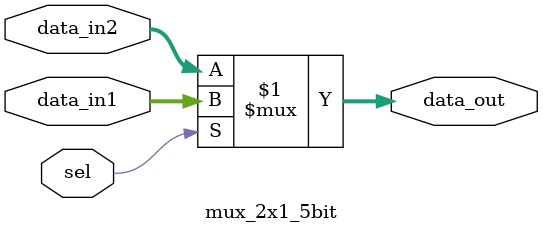
<source format=v>
`timescale 1ns / 1ps


module mux_2x1_5bit(data_out,data_in1,data_in2,sel);
input [4:0]data_in1,data_in2;
output [4:0]data_out;
input sel;
assign data_out=sel?data_in1:data_in2;
endmodule

</source>
